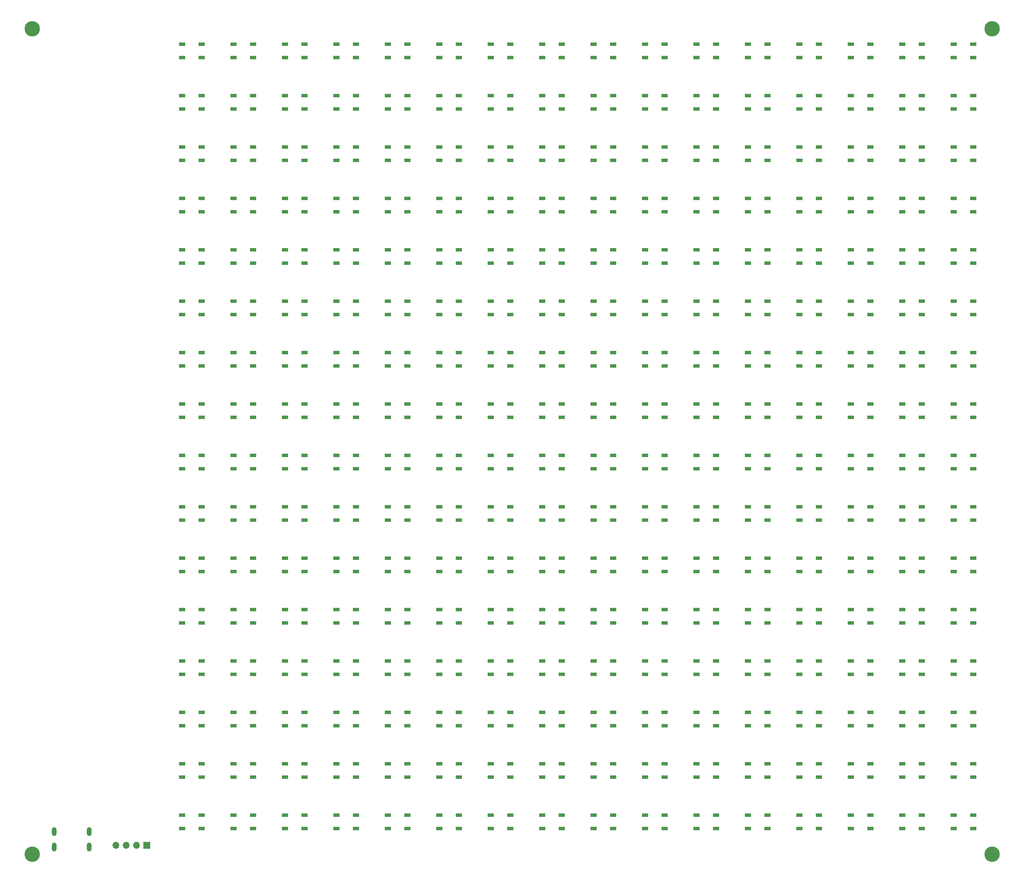
<source format=gbr>
%TF.GenerationSoftware,KiCad,Pcbnew,(7.0.0-0)*%
%TF.CreationDate,2023-09-26T09:25:19-06:00*%
%TF.ProjectId,led-matrix-v2-0,6c65642d-6d61-4747-9269-782d76322d30,4*%
%TF.SameCoordinates,Original*%
%TF.FileFunction,Soldermask,Top*%
%TF.FilePolarity,Negative*%
%FSLAX46Y46*%
G04 Gerber Fmt 4.6, Leading zero omitted, Abs format (unit mm)*
G04 Created by KiCad (PCBNEW (7.0.0-0)) date 2023-09-26 09:25:19*
%MOMM*%
%LPD*%
G01*
G04 APERTURE LIST*
%ADD10R,1.500000X0.900000*%
%ADD11R,1.700000X1.700000*%
%ADD12O,1.700000X1.700000*%
%ADD13C,3.800000*%
%ADD14O,1.204000X2.204000*%
G04 APERTURE END LIST*
D10*
%TO.C,D196*%
X220699999Y-150449999D03*
X220699999Y-153749999D03*
X225599999Y-153749999D03*
X225599999Y-150449999D03*
%TD*%
%TO.C,D116*%
X119099999Y-226649999D03*
X119099999Y-229949999D03*
X123999999Y-229949999D03*
X123999999Y-226649999D03*
%TD*%
%TO.C,D94*%
X106399999Y-188549999D03*
X106399999Y-191849999D03*
X111299999Y-191849999D03*
X111299999Y-188549999D03*
%TD*%
%TO.C,D33*%
X80999999Y-99649999D03*
X80999999Y-102949999D03*
X85899999Y-102949999D03*
X85899999Y-99649999D03*
%TD*%
%TO.C,D98*%
X93699999Y-201249999D03*
X93699999Y-204549999D03*
X98599999Y-204549999D03*
X98599999Y-201249999D03*
%TD*%
%TO.C,D135*%
X258799999Y-48849999D03*
X258799999Y-52149999D03*
X263699999Y-52149999D03*
X263699999Y-48849999D03*
%TD*%
%TO.C,D80*%
X80999999Y-163149999D03*
X80999999Y-166449999D03*
X85899999Y-166449999D03*
X85899999Y-163149999D03*
%TD*%
%TO.C,D18*%
X93699999Y-74249999D03*
X93699999Y-77549999D03*
X98599999Y-77549999D03*
X98599999Y-74249999D03*
%TD*%
%TO.C,D30*%
X106399999Y-86949999D03*
X106399999Y-90249999D03*
X111299999Y-90249999D03*
X111299999Y-86949999D03*
%TD*%
%TO.C,D35*%
X106399999Y-99649999D03*
X106399999Y-102949999D03*
X111299999Y-102949999D03*
X111299999Y-99649999D03*
%TD*%
%TO.C,D36*%
X119099999Y-99649999D03*
X119099999Y-102949999D03*
X123999999Y-102949999D03*
X123999999Y-99649999D03*
%TD*%
%TO.C,D146*%
X195299999Y-74249999D03*
X195299999Y-77549999D03*
X200199999Y-77549999D03*
X200199999Y-74249999D03*
%TD*%
%TO.C,D71*%
X157199999Y-150449999D03*
X157199999Y-153749999D03*
X162099999Y-153749999D03*
X162099999Y-150449999D03*
%TD*%
%TO.C,D101*%
X131799999Y-201249999D03*
X131799999Y-204549999D03*
X136699999Y-204549999D03*
X136699999Y-201249999D03*
%TD*%
%TO.C,D256*%
X182599999Y-239349999D03*
X182599999Y-242649999D03*
X187499999Y-242649999D03*
X187499999Y-239349999D03*
%TD*%
%TO.C,D244*%
X220699999Y-226649999D03*
X220699999Y-229949999D03*
X225599999Y-229949999D03*
X225599999Y-226649999D03*
%TD*%
%TO.C,D56*%
X169899999Y-125049999D03*
X169899999Y-128349999D03*
X174799999Y-128349999D03*
X174799999Y-125049999D03*
%TD*%
%TO.C,D208*%
X182599999Y-163149999D03*
X182599999Y-166449999D03*
X187499999Y-166449999D03*
X187499999Y-163149999D03*
%TD*%
%TO.C,D239*%
X195299999Y-213949999D03*
X195299999Y-217249999D03*
X200199999Y-217249999D03*
X200199999Y-213949999D03*
%TD*%
%TO.C,D227*%
X207999999Y-201249999D03*
X207999999Y-204549999D03*
X212899999Y-204549999D03*
X212899999Y-201249999D03*
%TD*%
%TO.C,D138*%
X258799999Y-61549999D03*
X258799999Y-64849999D03*
X263699999Y-64849999D03*
X263699999Y-61549999D03*
%TD*%
%TO.C,D82*%
X93699999Y-175849999D03*
X93699999Y-179149999D03*
X98599999Y-179149999D03*
X98599999Y-175849999D03*
%TD*%
%TO.C,D172*%
X233399999Y-112349999D03*
X233399999Y-115649999D03*
X238299999Y-115649999D03*
X238299999Y-112349999D03*
%TD*%
%TO.C,D207*%
X195299999Y-163149999D03*
X195299999Y-166449999D03*
X200199999Y-166449999D03*
X200199999Y-163149999D03*
%TD*%
%TO.C,D235*%
X246099999Y-213949999D03*
X246099999Y-217249999D03*
X250999999Y-217249999D03*
X250999999Y-213949999D03*
%TD*%
%TO.C,D174*%
X207999999Y-112349999D03*
X207999999Y-115649999D03*
X212899999Y-115649999D03*
X212899999Y-112349999D03*
%TD*%
%TO.C,D151*%
X258799999Y-74249999D03*
X258799999Y-77549999D03*
X263699999Y-77549999D03*
X263699999Y-74249999D03*
%TD*%
%TO.C,D199*%
X258799999Y-150449999D03*
X258799999Y-153749999D03*
X263699999Y-153749999D03*
X263699999Y-150449999D03*
%TD*%
%TO.C,D25*%
X169899999Y-86949999D03*
X169899999Y-90249999D03*
X174799999Y-90249999D03*
X174799999Y-86949999D03*
%TD*%
%TO.C,D216*%
X271499999Y-175849999D03*
X271499999Y-179149999D03*
X276399999Y-179149999D03*
X276399999Y-175849999D03*
%TD*%
%TO.C,D96*%
X80999999Y-188549999D03*
X80999999Y-191849999D03*
X85899999Y-191849999D03*
X85899999Y-188549999D03*
%TD*%
%TO.C,D220*%
X233399999Y-188549999D03*
X233399999Y-191849999D03*
X238299999Y-191849999D03*
X238299999Y-188549999D03*
%TD*%
%TO.C,D189*%
X220699999Y-137749999D03*
X220699999Y-141049999D03*
X225599999Y-141049999D03*
X225599999Y-137749999D03*
%TD*%
%TO.C,D45*%
X119099999Y-112349999D03*
X119099999Y-115649999D03*
X123999999Y-115649999D03*
X123999999Y-112349999D03*
%TD*%
%TO.C,D43*%
X144499999Y-112349999D03*
X144499999Y-115649999D03*
X149399999Y-115649999D03*
X149399999Y-112349999D03*
%TD*%
%TO.C,D140*%
X233399999Y-61549999D03*
X233399999Y-64849999D03*
X238299999Y-64849999D03*
X238299999Y-61549999D03*
%TD*%
%TO.C,D134*%
X246099999Y-48849999D03*
X246099999Y-52149999D03*
X250999999Y-52149999D03*
X250999999Y-48849999D03*
%TD*%
%TO.C,D249*%
X271499999Y-239349999D03*
X271499999Y-242649999D03*
X276399999Y-242649999D03*
X276399999Y-239349999D03*
%TD*%
%TO.C,D85*%
X131799999Y-175849999D03*
X131799999Y-179149999D03*
X136699999Y-179149999D03*
X136699999Y-175849999D03*
%TD*%
%TO.C,D240*%
X182599999Y-213949999D03*
X182599999Y-217249999D03*
X187499999Y-217249999D03*
X187499999Y-213949999D03*
%TD*%
%TO.C,D90*%
X157199999Y-188549999D03*
X157199999Y-191849999D03*
X162099999Y-191849999D03*
X162099999Y-188549999D03*
%TD*%
%TO.C,D2*%
X93699999Y-48849999D03*
X93699999Y-52149999D03*
X98599999Y-52149999D03*
X98599999Y-48849999D03*
%TD*%
D11*
%TO.C,J1*%
X72339999Y-246799999D03*
D12*
X69799999Y-246799999D03*
X67259999Y-246799999D03*
X64719999Y-246799999D03*
%TD*%
D10*
%TO.C,D111*%
X93699999Y-213949999D03*
X93699999Y-217249999D03*
X98599999Y-217249999D03*
X98599999Y-213949999D03*
%TD*%
%TO.C,D170*%
X258799999Y-112349999D03*
X258799999Y-115649999D03*
X263699999Y-115649999D03*
X263699999Y-112349999D03*
%TD*%
%TO.C,D39*%
X157199999Y-99649999D03*
X157199999Y-102949999D03*
X162099999Y-102949999D03*
X162099999Y-99649999D03*
%TD*%
%TO.C,D27*%
X144499999Y-86949999D03*
X144499999Y-90249999D03*
X149399999Y-90249999D03*
X149399999Y-86949999D03*
%TD*%
D13*
%TO.C,REF\u002A\u002A*%
X44000000Y-45000000D03*
%TD*%
D10*
%TO.C,D42*%
X157199999Y-112349999D03*
X157199999Y-115649999D03*
X162099999Y-115649999D03*
X162099999Y-112349999D03*
%TD*%
%TO.C,D75*%
X144499999Y-163149999D03*
X144499999Y-166449999D03*
X149399999Y-166449999D03*
X149399999Y-163149999D03*
%TD*%
%TO.C,D28*%
X131799999Y-86949999D03*
X131799999Y-90249999D03*
X136699999Y-90249999D03*
X136699999Y-86949999D03*
%TD*%
%TO.C,D76*%
X131799999Y-163149999D03*
X131799999Y-166449999D03*
X136699999Y-166449999D03*
X136699999Y-163149999D03*
%TD*%
%TO.C,D123*%
X144499999Y-239349999D03*
X144499999Y-242649999D03*
X149399999Y-242649999D03*
X149399999Y-239349999D03*
%TD*%
D13*
%TO.C,REF\u002A\u002A*%
X44000000Y-249000000D03*
%TD*%
D10*
%TO.C,D37*%
X131799999Y-99649999D03*
X131799999Y-102949999D03*
X136699999Y-102949999D03*
X136699999Y-99649999D03*
%TD*%
%TO.C,D54*%
X144499999Y-125049999D03*
X144499999Y-128349999D03*
X149399999Y-128349999D03*
X149399999Y-125049999D03*
%TD*%
%TO.C,D78*%
X106399999Y-163149999D03*
X106399999Y-166449999D03*
X111299999Y-166449999D03*
X111299999Y-163149999D03*
%TD*%
%TO.C,D3*%
X106399999Y-48849999D03*
X106399999Y-52149999D03*
X111299999Y-52149999D03*
X111299999Y-48849999D03*
%TD*%
%TO.C,D9*%
X169899999Y-61549999D03*
X169899999Y-64849999D03*
X174799999Y-64849999D03*
X174799999Y-61549999D03*
%TD*%
%TO.C,D163*%
X207999999Y-99649999D03*
X207999999Y-102949999D03*
X212899999Y-102949999D03*
X212899999Y-99649999D03*
%TD*%
%TO.C,D183*%
X258799999Y-125049999D03*
X258799999Y-128349999D03*
X263699999Y-128349999D03*
X263699999Y-125049999D03*
%TD*%
%TO.C,D126*%
X106399999Y-239349999D03*
X106399999Y-242649999D03*
X111299999Y-242649999D03*
X111299999Y-239349999D03*
%TD*%
%TO.C,D93*%
X119099999Y-188549999D03*
X119099999Y-191849999D03*
X123999999Y-191849999D03*
X123999999Y-188549999D03*
%TD*%
%TO.C,D198*%
X246099999Y-150449999D03*
X246099999Y-153749999D03*
X250999999Y-153749999D03*
X250999999Y-150449999D03*
%TD*%
%TO.C,D219*%
X246099999Y-188549999D03*
X246099999Y-191849999D03*
X250999999Y-191849999D03*
X250999999Y-188549999D03*
%TD*%
%TO.C,D171*%
X246099999Y-112349999D03*
X246099999Y-115649999D03*
X250999999Y-115649999D03*
X250999999Y-112349999D03*
%TD*%
%TO.C,D103*%
X157199999Y-201249999D03*
X157199999Y-204549999D03*
X162099999Y-204549999D03*
X162099999Y-201249999D03*
%TD*%
%TO.C,D180*%
X220699999Y-125049999D03*
X220699999Y-128349999D03*
X225599999Y-128349999D03*
X225599999Y-125049999D03*
%TD*%
%TO.C,D229*%
X233399999Y-201249999D03*
X233399999Y-204549999D03*
X238299999Y-204549999D03*
X238299999Y-201249999D03*
%TD*%
%TO.C,D79*%
X93699999Y-163149999D03*
X93699999Y-166449999D03*
X98599999Y-166449999D03*
X98599999Y-163149999D03*
%TD*%
%TO.C,D20*%
X119099999Y-74249999D03*
X119099999Y-77549999D03*
X123999999Y-77549999D03*
X123999999Y-74249999D03*
%TD*%
%TO.C,D141*%
X220699999Y-61549999D03*
X220699999Y-64849999D03*
X225599999Y-64849999D03*
X225599999Y-61549999D03*
%TD*%
%TO.C,D186*%
X258799999Y-137749999D03*
X258799999Y-141049999D03*
X263699999Y-141049999D03*
X263699999Y-137749999D03*
%TD*%
%TO.C,D12*%
X131799999Y-61549999D03*
X131799999Y-64849999D03*
X136699999Y-64849999D03*
X136699999Y-61549999D03*
%TD*%
%TO.C,D124*%
X131799999Y-239349999D03*
X131799999Y-242649999D03*
X136699999Y-242649999D03*
X136699999Y-239349999D03*
%TD*%
%TO.C,D218*%
X258799999Y-188549999D03*
X258799999Y-191849999D03*
X263699999Y-191849999D03*
X263699999Y-188549999D03*
%TD*%
%TO.C,D4*%
X119099999Y-48849999D03*
X119099999Y-52149999D03*
X123999999Y-52149999D03*
X123999999Y-48849999D03*
%TD*%
%TO.C,D122*%
X157199999Y-239349999D03*
X157199999Y-242649999D03*
X162099999Y-242649999D03*
X162099999Y-239349999D03*
%TD*%
%TO.C,D222*%
X207999999Y-188549999D03*
X207999999Y-191849999D03*
X212899999Y-191849999D03*
X212899999Y-188549999D03*
%TD*%
%TO.C,D137*%
X271499999Y-61549999D03*
X271499999Y-64849999D03*
X276399999Y-64849999D03*
X276399999Y-61549999D03*
%TD*%
%TO.C,D190*%
X207999999Y-137749999D03*
X207999999Y-141049999D03*
X212899999Y-141049999D03*
X212899999Y-137749999D03*
%TD*%
%TO.C,D234*%
X258799999Y-213949999D03*
X258799999Y-217249999D03*
X263699999Y-217249999D03*
X263699999Y-213949999D03*
%TD*%
%TO.C,D165*%
X233399999Y-99649999D03*
X233399999Y-102949999D03*
X238299999Y-102949999D03*
X238299999Y-99649999D03*
%TD*%
%TO.C,D13*%
X119099999Y-61549999D03*
X119099999Y-64849999D03*
X123999999Y-64849999D03*
X123999999Y-61549999D03*
%TD*%
%TO.C,D117*%
X131799999Y-226649999D03*
X131799999Y-229949999D03*
X136699999Y-229949999D03*
X136699999Y-226649999D03*
%TD*%
%TO.C,D133*%
X233399999Y-48849999D03*
X233399999Y-52149999D03*
X238299999Y-52149999D03*
X238299999Y-48849999D03*
%TD*%
%TO.C,D252*%
X233399999Y-239349999D03*
X233399999Y-242649999D03*
X238299999Y-242649999D03*
X238299999Y-239349999D03*
%TD*%
%TO.C,D144*%
X182599999Y-61549999D03*
X182599999Y-64849999D03*
X187499999Y-64849999D03*
X187499999Y-61549999D03*
%TD*%
%TO.C,D74*%
X157199999Y-163149999D03*
X157199999Y-166449999D03*
X162099999Y-166449999D03*
X162099999Y-163149999D03*
%TD*%
%TO.C,D250*%
X258799999Y-239349999D03*
X258799999Y-242649999D03*
X263699999Y-242649999D03*
X263699999Y-239349999D03*
%TD*%
%TO.C,D67*%
X106399999Y-150449999D03*
X106399999Y-153749999D03*
X111299999Y-153749999D03*
X111299999Y-150449999D03*
%TD*%
%TO.C,D132*%
X220699999Y-48849999D03*
X220699999Y-52149999D03*
X225599999Y-52149999D03*
X225599999Y-48849999D03*
%TD*%
%TO.C,D241*%
X182599999Y-226649999D03*
X182599999Y-229949999D03*
X187499999Y-229949999D03*
X187499999Y-226649999D03*
%TD*%
%TO.C,D210*%
X195299999Y-175849999D03*
X195299999Y-179149999D03*
X200199999Y-179149999D03*
X200199999Y-175849999D03*
%TD*%
%TO.C,D72*%
X169899999Y-150449999D03*
X169899999Y-153749999D03*
X174799999Y-153749999D03*
X174799999Y-150449999D03*
%TD*%
%TO.C,D87*%
X157199999Y-175849999D03*
X157199999Y-179149999D03*
X162099999Y-179149999D03*
X162099999Y-175849999D03*
%TD*%
%TO.C,D41*%
X169899999Y-112349999D03*
X169899999Y-115649999D03*
X174799999Y-115649999D03*
X174799999Y-112349999D03*
%TD*%
%TO.C,D215*%
X258799999Y-175849999D03*
X258799999Y-179149999D03*
X263699999Y-179149999D03*
X263699999Y-175849999D03*
%TD*%
%TO.C,D206*%
X207999999Y-163149999D03*
X207999999Y-166449999D03*
X212899999Y-166449999D03*
X212899999Y-163149999D03*
%TD*%
%TO.C,D83*%
X106399999Y-175849999D03*
X106399999Y-179149999D03*
X111299999Y-179149999D03*
X111299999Y-175849999D03*
%TD*%
%TO.C,D95*%
X93699999Y-188549999D03*
X93699999Y-191849999D03*
X98599999Y-191849999D03*
X98599999Y-188549999D03*
%TD*%
%TO.C,D110*%
X106399999Y-213949999D03*
X106399999Y-217249999D03*
X111299999Y-217249999D03*
X111299999Y-213949999D03*
%TD*%
%TO.C,D157*%
X220699999Y-86949999D03*
X220699999Y-90249999D03*
X225599999Y-90249999D03*
X225599999Y-86949999D03*
%TD*%
%TO.C,D31*%
X93699999Y-86949999D03*
X93699999Y-90249999D03*
X98599999Y-90249999D03*
X98599999Y-86949999D03*
%TD*%
%TO.C,D40*%
X169899999Y-99649999D03*
X169899999Y-102949999D03*
X174799999Y-102949999D03*
X174799999Y-99649999D03*
%TD*%
%TO.C,D194*%
X195299999Y-150449999D03*
X195299999Y-153749999D03*
X200199999Y-153749999D03*
X200199999Y-150449999D03*
%TD*%
%TO.C,D108*%
X131799999Y-213949999D03*
X131799999Y-217249999D03*
X136699999Y-217249999D03*
X136699999Y-213949999D03*
%TD*%
%TO.C,D17*%
X80999999Y-74249999D03*
X80999999Y-77549999D03*
X85899999Y-77549999D03*
X85899999Y-74249999D03*
%TD*%
%TO.C,D175*%
X195299999Y-112349999D03*
X195299999Y-115649999D03*
X200199999Y-115649999D03*
X200199999Y-112349999D03*
%TD*%
%TO.C,D97*%
X80999999Y-201249999D03*
X80999999Y-204549999D03*
X85899999Y-204549999D03*
X85899999Y-201249999D03*
%TD*%
%TO.C,D204*%
X233399999Y-163149999D03*
X233399999Y-166449999D03*
X238299999Y-166449999D03*
X238299999Y-163149999D03*
%TD*%
%TO.C,D99*%
X106399999Y-201249999D03*
X106399999Y-204549999D03*
X111299999Y-204549999D03*
X111299999Y-201249999D03*
%TD*%
%TO.C,D92*%
X131799999Y-188549999D03*
X131799999Y-191849999D03*
X136699999Y-191849999D03*
X136699999Y-188549999D03*
%TD*%
%TO.C,D195*%
X207999999Y-150449999D03*
X207999999Y-153749999D03*
X212899999Y-153749999D03*
X212899999Y-150449999D03*
%TD*%
%TO.C,D125*%
X119099999Y-239349999D03*
X119099999Y-242649999D03*
X123999999Y-242649999D03*
X123999999Y-239349999D03*
%TD*%
%TO.C,D7*%
X157199999Y-48849999D03*
X157199999Y-52149999D03*
X162099999Y-52149999D03*
X162099999Y-48849999D03*
%TD*%
%TO.C,D173*%
X220699999Y-112349999D03*
X220699999Y-115649999D03*
X225599999Y-115649999D03*
X225599999Y-112349999D03*
%TD*%
%TO.C,D167*%
X258799999Y-99649999D03*
X258799999Y-102949999D03*
X263699999Y-102949999D03*
X263699999Y-99649999D03*
%TD*%
%TO.C,D48*%
X80999999Y-112349999D03*
X80999999Y-115649999D03*
X85899999Y-115649999D03*
X85899999Y-112349999D03*
%TD*%
%TO.C,D128*%
X80999999Y-239349999D03*
X80999999Y-242649999D03*
X85899999Y-242649999D03*
X85899999Y-239349999D03*
%TD*%
%TO.C,D214*%
X246099999Y-175849999D03*
X246099999Y-179149999D03*
X250999999Y-179149999D03*
X250999999Y-175849999D03*
%TD*%
%TO.C,D147*%
X207999999Y-74249999D03*
X207999999Y-77549999D03*
X212899999Y-77549999D03*
X212899999Y-74249999D03*
%TD*%
%TO.C,D63*%
X93699999Y-137749999D03*
X93699999Y-141049999D03*
X98599999Y-141049999D03*
X98599999Y-137749999D03*
%TD*%
%TO.C,D166*%
X246099999Y-99649999D03*
X246099999Y-102949999D03*
X250999999Y-102949999D03*
X250999999Y-99649999D03*
%TD*%
%TO.C,D22*%
X144499999Y-74249999D03*
X144499999Y-77549999D03*
X149399999Y-77549999D03*
X149399999Y-74249999D03*
%TD*%
%TO.C,D21*%
X131799999Y-74249999D03*
X131799999Y-77549999D03*
X136699999Y-77549999D03*
X136699999Y-74249999D03*
%TD*%
%TO.C,D131*%
X207999999Y-48849999D03*
X207999999Y-52149999D03*
X212899999Y-52149999D03*
X212899999Y-48849999D03*
%TD*%
%TO.C,D130*%
X195299999Y-48849999D03*
X195299999Y-52149999D03*
X200199999Y-52149999D03*
X200199999Y-48849999D03*
%TD*%
%TO.C,D26*%
X157199999Y-86949999D03*
X157199999Y-90249999D03*
X162099999Y-90249999D03*
X162099999Y-86949999D03*
%TD*%
%TO.C,D164*%
X220699999Y-99649999D03*
X220699999Y-102949999D03*
X225599999Y-102949999D03*
X225599999Y-99649999D03*
%TD*%
%TO.C,D181*%
X233399999Y-125049999D03*
X233399999Y-128349999D03*
X238299999Y-128349999D03*
X238299999Y-125049999D03*
%TD*%
%TO.C,D24*%
X169899999Y-74249999D03*
X169899999Y-77549999D03*
X174799999Y-77549999D03*
X174799999Y-74249999D03*
%TD*%
%TO.C,D70*%
X144499999Y-150449999D03*
X144499999Y-153749999D03*
X149399999Y-153749999D03*
X149399999Y-150449999D03*
%TD*%
%TO.C,D148*%
X220699999Y-74249999D03*
X220699999Y-77549999D03*
X225599999Y-77549999D03*
X225599999Y-74249999D03*
%TD*%
%TO.C,D221*%
X220699999Y-188549999D03*
X220699999Y-191849999D03*
X225599999Y-191849999D03*
X225599999Y-188549999D03*
%TD*%
%TO.C,D52*%
X119099999Y-125049999D03*
X119099999Y-128349999D03*
X123999999Y-128349999D03*
X123999999Y-125049999D03*
%TD*%
%TO.C,D191*%
X195299999Y-137749999D03*
X195299999Y-141049999D03*
X200199999Y-141049999D03*
X200199999Y-137749999D03*
%TD*%
%TO.C,D106*%
X157199999Y-213949999D03*
X157199999Y-217249999D03*
X162099999Y-217249999D03*
X162099999Y-213949999D03*
%TD*%
%TO.C,D89*%
X169899999Y-188549999D03*
X169899999Y-191849999D03*
X174799999Y-191849999D03*
X174799999Y-188549999D03*
%TD*%
%TO.C,D129*%
X182599999Y-48849999D03*
X182599999Y-52149999D03*
X187499999Y-52149999D03*
X187499999Y-48849999D03*
%TD*%
%TO.C,D182*%
X246099999Y-125049999D03*
X246099999Y-128349999D03*
X250999999Y-128349999D03*
X250999999Y-125049999D03*
%TD*%
%TO.C,D58*%
X157199999Y-137749999D03*
X157199999Y-141049999D03*
X162099999Y-141049999D03*
X162099999Y-137749999D03*
%TD*%
%TO.C,D109*%
X119099999Y-213949999D03*
X119099999Y-217249999D03*
X123999999Y-217249999D03*
X123999999Y-213949999D03*
%TD*%
%TO.C,D193*%
X182599999Y-150449999D03*
X182599999Y-153749999D03*
X187499999Y-153749999D03*
X187499999Y-150449999D03*
%TD*%
%TO.C,D169*%
X271499999Y-112349999D03*
X271499999Y-115649999D03*
X276399999Y-115649999D03*
X276399999Y-112349999D03*
%TD*%
%TO.C,D19*%
X106399999Y-74249999D03*
X106399999Y-77549999D03*
X111299999Y-77549999D03*
X111299999Y-74249999D03*
%TD*%
%TO.C,D47*%
X93699999Y-112349999D03*
X93699999Y-115649999D03*
X98599999Y-115649999D03*
X98599999Y-112349999D03*
%TD*%
%TO.C,D61*%
X119099999Y-137749999D03*
X119099999Y-141049999D03*
X123999999Y-141049999D03*
X123999999Y-137749999D03*
%TD*%
%TO.C,D127*%
X93699999Y-239349999D03*
X93699999Y-242649999D03*
X98599999Y-242649999D03*
X98599999Y-239349999D03*
%TD*%
%TO.C,D102*%
X144499999Y-201249999D03*
X144499999Y-204549999D03*
X149399999Y-204549999D03*
X149399999Y-201249999D03*
%TD*%
%TO.C,D155*%
X246099999Y-86949999D03*
X246099999Y-90249999D03*
X250999999Y-90249999D03*
X250999999Y-86949999D03*
%TD*%
%TO.C,D255*%
X195299999Y-239349999D03*
X195299999Y-242649999D03*
X200199999Y-242649999D03*
X200199999Y-239349999D03*
%TD*%
%TO.C,D119*%
X157199999Y-226649999D03*
X157199999Y-229949999D03*
X162099999Y-229949999D03*
X162099999Y-226649999D03*
%TD*%
%TO.C,D158*%
X207999999Y-86949999D03*
X207999999Y-90249999D03*
X212899999Y-90249999D03*
X212899999Y-86949999D03*
%TD*%
%TO.C,D185*%
X271499999Y-137749999D03*
X271499999Y-141049999D03*
X276399999Y-141049999D03*
X276399999Y-137749999D03*
%TD*%
%TO.C,D46*%
X106399999Y-112349999D03*
X106399999Y-115649999D03*
X111299999Y-115649999D03*
X111299999Y-112349999D03*
%TD*%
%TO.C,D187*%
X246099999Y-137749999D03*
X246099999Y-141049999D03*
X250999999Y-141049999D03*
X250999999Y-137749999D03*
%TD*%
%TO.C,D188*%
X233399999Y-137749999D03*
X233399999Y-141049999D03*
X238299999Y-141049999D03*
X238299999Y-137749999D03*
%TD*%
%TO.C,D44*%
X131799999Y-112349999D03*
X131799999Y-115649999D03*
X136699999Y-115649999D03*
X136699999Y-112349999D03*
%TD*%
%TO.C,D161*%
X182599999Y-99649999D03*
X182599999Y-102949999D03*
X187499999Y-102949999D03*
X187499999Y-99649999D03*
%TD*%
%TO.C,D69*%
X131799999Y-150449999D03*
X131799999Y-153749999D03*
X136699999Y-153749999D03*
X136699999Y-150449999D03*
%TD*%
%TO.C,D202*%
X258799999Y-163149999D03*
X258799999Y-166449999D03*
X263699999Y-166449999D03*
X263699999Y-163149999D03*
%TD*%
%TO.C,D209*%
X182599999Y-175849999D03*
X182599999Y-179149999D03*
X187499999Y-179149999D03*
X187499999Y-175849999D03*
%TD*%
%TO.C,D62*%
X106399999Y-137749999D03*
X106399999Y-141049999D03*
X111299999Y-141049999D03*
X111299999Y-137749999D03*
%TD*%
%TO.C,D11*%
X144499999Y-61549999D03*
X144499999Y-64849999D03*
X149399999Y-64849999D03*
X149399999Y-61549999D03*
%TD*%
%TO.C,D88*%
X169899999Y-175849999D03*
X169899999Y-179149999D03*
X174799999Y-179149999D03*
X174799999Y-175849999D03*
%TD*%
%TO.C,D177*%
X182599999Y-125049999D03*
X182599999Y-128349999D03*
X187499999Y-128349999D03*
X187499999Y-125049999D03*
%TD*%
%TO.C,D107*%
X144499999Y-213949999D03*
X144499999Y-217249999D03*
X149399999Y-217249999D03*
X149399999Y-213949999D03*
%TD*%
%TO.C,D168*%
X271499999Y-99649999D03*
X271499999Y-102949999D03*
X276399999Y-102949999D03*
X276399999Y-99649999D03*
%TD*%
%TO.C,D149*%
X233399999Y-74249999D03*
X233399999Y-77549999D03*
X238299999Y-77549999D03*
X238299999Y-74249999D03*
%TD*%
%TO.C,D153*%
X271499999Y-86949999D03*
X271499999Y-90249999D03*
X276399999Y-90249999D03*
X276399999Y-86949999D03*
%TD*%
%TO.C,D203*%
X246099999Y-163149999D03*
X246099999Y-166449999D03*
X250999999Y-166449999D03*
X250999999Y-163149999D03*
%TD*%
%TO.C,D16*%
X80999999Y-61549999D03*
X80999999Y-64849999D03*
X85899999Y-64849999D03*
X85899999Y-61549999D03*
%TD*%
%TO.C,D1*%
X80999999Y-48849999D03*
X80999999Y-52149999D03*
X85899999Y-52149999D03*
X85899999Y-48849999D03*
%TD*%
%TO.C,D118*%
X144499999Y-226649999D03*
X144499999Y-229949999D03*
X149399999Y-229949999D03*
X149399999Y-226649999D03*
%TD*%
%TO.C,D162*%
X195299999Y-99649999D03*
X195299999Y-102949999D03*
X200199999Y-102949999D03*
X200199999Y-99649999D03*
%TD*%
%TO.C,D142*%
X207999999Y-61549999D03*
X207999999Y-64849999D03*
X212899999Y-64849999D03*
X212899999Y-61549999D03*
%TD*%
%TO.C,D68*%
X119099999Y-150449999D03*
X119099999Y-153749999D03*
X123999999Y-153749999D03*
X123999999Y-150449999D03*
%TD*%
%TO.C,D213*%
X233399999Y-175849999D03*
X233399999Y-179149999D03*
X238299999Y-179149999D03*
X238299999Y-175849999D03*
%TD*%
%TO.C,D53*%
X131799999Y-125049999D03*
X131799999Y-128349999D03*
X136699999Y-128349999D03*
X136699999Y-125049999D03*
%TD*%
%TO.C,D5*%
X131799999Y-48849999D03*
X131799999Y-52149999D03*
X136699999Y-52149999D03*
X136699999Y-48849999D03*
%TD*%
%TO.C,D231*%
X258799999Y-201249999D03*
X258799999Y-204549999D03*
X263699999Y-204549999D03*
X263699999Y-201249999D03*
%TD*%
%TO.C,D217*%
X271499999Y-188549999D03*
X271499999Y-191849999D03*
X276399999Y-191849999D03*
X276399999Y-188549999D03*
%TD*%
%TO.C,D232*%
X271499999Y-201249999D03*
X271499999Y-204549999D03*
X276399999Y-204549999D03*
X276399999Y-201249999D03*
%TD*%
%TO.C,D212*%
X220699999Y-175849999D03*
X220699999Y-179149999D03*
X225599999Y-179149999D03*
X225599999Y-175849999D03*
%TD*%
%TO.C,D59*%
X144499999Y-137749999D03*
X144499999Y-141049999D03*
X149399999Y-141049999D03*
X149399999Y-137749999D03*
%TD*%
%TO.C,D251*%
X246099999Y-239349999D03*
X246099999Y-242649999D03*
X250999999Y-242649999D03*
X250999999Y-239349999D03*
%TD*%
%TO.C,D159*%
X195299999Y-86949999D03*
X195299999Y-90249999D03*
X200199999Y-90249999D03*
X200199999Y-86949999D03*
%TD*%
%TO.C,D223*%
X195299999Y-188549999D03*
X195299999Y-191849999D03*
X200199999Y-191849999D03*
X200199999Y-188549999D03*
%TD*%
%TO.C,D211*%
X207999999Y-175849999D03*
X207999999Y-179149999D03*
X212899999Y-179149999D03*
X212899999Y-175849999D03*
%TD*%
%TO.C,D104*%
X169899999Y-201249999D03*
X169899999Y-204549999D03*
X174799999Y-204549999D03*
X174799999Y-201249999D03*
%TD*%
%TO.C,D197*%
X233399999Y-150449999D03*
X233399999Y-153749999D03*
X238299999Y-153749999D03*
X238299999Y-150449999D03*
%TD*%
%TO.C,D10*%
X157199999Y-61549999D03*
X157199999Y-64849999D03*
X162099999Y-64849999D03*
X162099999Y-61549999D03*
%TD*%
%TO.C,D152*%
X271499999Y-74249999D03*
X271499999Y-77549999D03*
X276399999Y-77549999D03*
X276399999Y-74249999D03*
%TD*%
%TO.C,D242*%
X195299999Y-226649999D03*
X195299999Y-229949999D03*
X200199999Y-229949999D03*
X200199999Y-226649999D03*
%TD*%
%TO.C,D243*%
X207999999Y-226649999D03*
X207999999Y-229949999D03*
X212899999Y-229949999D03*
X212899999Y-226649999D03*
%TD*%
%TO.C,D253*%
X220699999Y-239349999D03*
X220699999Y-242649999D03*
X225599999Y-242649999D03*
X225599999Y-239349999D03*
%TD*%
%TO.C,D60*%
X131799999Y-137749999D03*
X131799999Y-141049999D03*
X136699999Y-141049999D03*
X136699999Y-137749999D03*
%TD*%
%TO.C,D65*%
X80999999Y-150449999D03*
X80999999Y-153749999D03*
X85899999Y-153749999D03*
X85899999Y-150449999D03*
%TD*%
%TO.C,D238*%
X207999999Y-213949999D03*
X207999999Y-217249999D03*
X212899999Y-217249999D03*
X212899999Y-213949999D03*
%TD*%
%TO.C,D91*%
X144499999Y-188549999D03*
X144499999Y-191849999D03*
X149399999Y-191849999D03*
X149399999Y-188549999D03*
%TD*%
%TO.C,D228*%
X220699999Y-201249999D03*
X220699999Y-204549999D03*
X225599999Y-204549999D03*
X225599999Y-201249999D03*
%TD*%
%TO.C,D14*%
X106399999Y-61549999D03*
X106399999Y-64849999D03*
X111299999Y-64849999D03*
X111299999Y-61549999D03*
%TD*%
%TO.C,D200*%
X271499999Y-150449999D03*
X271499999Y-153749999D03*
X276399999Y-153749999D03*
X276399999Y-150449999D03*
%TD*%
%TO.C,D136*%
X271499999Y-48849999D03*
X271499999Y-52149999D03*
X276399999Y-52149999D03*
X276399999Y-48849999D03*
%TD*%
%TO.C,D254*%
X207999999Y-239349999D03*
X207999999Y-242649999D03*
X212899999Y-242649999D03*
X212899999Y-239349999D03*
%TD*%
%TO.C,D73*%
X169899999Y-163149999D03*
X169899999Y-166449999D03*
X174799999Y-166449999D03*
X174799999Y-163149999D03*
%TD*%
%TO.C,D112*%
X80999999Y-213949999D03*
X80999999Y-217249999D03*
X85899999Y-217249999D03*
X85899999Y-213949999D03*
%TD*%
%TO.C,D8*%
X169899999Y-48849999D03*
X169899999Y-52149999D03*
X174799999Y-52149999D03*
X174799999Y-48849999D03*
%TD*%
%TO.C,D34*%
X93699999Y-99649999D03*
X93699999Y-102949999D03*
X98599999Y-102949999D03*
X98599999Y-99649999D03*
%TD*%
%TO.C,D121*%
X169899999Y-239349999D03*
X169899999Y-242649999D03*
X174799999Y-242649999D03*
X174799999Y-239349999D03*
%TD*%
%TO.C,D226*%
X195299999Y-201249999D03*
X195299999Y-204549999D03*
X200199999Y-204549999D03*
X200199999Y-201249999D03*
%TD*%
%TO.C,D150*%
X246099999Y-74249999D03*
X246099999Y-77549999D03*
X250999999Y-77549999D03*
X250999999Y-74249999D03*
%TD*%
%TO.C,D224*%
X182599999Y-188549999D03*
X182599999Y-191849999D03*
X187499999Y-191849999D03*
X187499999Y-188549999D03*
%TD*%
%TO.C,D156*%
X233399999Y-86949999D03*
X233399999Y-90249999D03*
X238299999Y-90249999D03*
X238299999Y-86949999D03*
%TD*%
%TO.C,D154*%
X258799999Y-86949999D03*
X258799999Y-90249999D03*
X263699999Y-90249999D03*
X263699999Y-86949999D03*
%TD*%
%TO.C,D55*%
X157199999Y-125049999D03*
X157199999Y-128349999D03*
X162099999Y-128349999D03*
X162099999Y-125049999D03*
%TD*%
%TO.C,D64*%
X80999999Y-137749999D03*
X80999999Y-141049999D03*
X85899999Y-141049999D03*
X85899999Y-137749999D03*
%TD*%
D13*
%TO.C,REF\u002A\u002A*%
X281000000Y-45000000D03*
%TD*%
D10*
%TO.C,D120*%
X169899999Y-226649999D03*
X169899999Y-229949999D03*
X174799999Y-229949999D03*
X174799999Y-226649999D03*
%TD*%
%TO.C,D201*%
X271499999Y-163149999D03*
X271499999Y-166449999D03*
X276399999Y-166449999D03*
X276399999Y-163149999D03*
%TD*%
%TO.C,D51*%
X106399999Y-125049999D03*
X106399999Y-128349999D03*
X111299999Y-128349999D03*
X111299999Y-125049999D03*
%TD*%
%TO.C,D230*%
X246099999Y-201249999D03*
X246099999Y-204549999D03*
X250999999Y-204549999D03*
X250999999Y-201249999D03*
%TD*%
%TO.C,D139*%
X246099999Y-61549999D03*
X246099999Y-64849999D03*
X250999999Y-64849999D03*
X250999999Y-61549999D03*
%TD*%
%TO.C,D143*%
X195299999Y-61549999D03*
X195299999Y-64849999D03*
X200199999Y-64849999D03*
X200199999Y-61549999D03*
%TD*%
%TO.C,D113*%
X80999999Y-226649999D03*
X80999999Y-229949999D03*
X85899999Y-229949999D03*
X85899999Y-226649999D03*
%TD*%
%TO.C,D100*%
X119099999Y-201249999D03*
X119099999Y-204549999D03*
X123999999Y-204549999D03*
X123999999Y-201249999D03*
%TD*%
%TO.C,D192*%
X182599999Y-137749999D03*
X182599999Y-141049999D03*
X187499999Y-141049999D03*
X187499999Y-137749999D03*
%TD*%
D13*
%TO.C,REF\u002A\u002A*%
X281000000Y-249000000D03*
%TD*%
D10*
%TO.C,D15*%
X93699999Y-61549999D03*
X93699999Y-64849999D03*
X98599999Y-64849999D03*
X98599999Y-61549999D03*
%TD*%
%TO.C,D176*%
X182599999Y-112349999D03*
X182599999Y-115649999D03*
X187499999Y-115649999D03*
X187499999Y-112349999D03*
%TD*%
%TO.C,D57*%
X169899999Y-137749999D03*
X169899999Y-141049999D03*
X174799999Y-141049999D03*
X174799999Y-137749999D03*
%TD*%
%TO.C,D248*%
X271499999Y-226649999D03*
X271499999Y-229949999D03*
X276399999Y-229949999D03*
X276399999Y-226649999D03*
%TD*%
%TO.C,D236*%
X233399999Y-213949999D03*
X233399999Y-217249999D03*
X238299999Y-217249999D03*
X238299999Y-213949999D03*
%TD*%
%TO.C,D245*%
X233399999Y-226649999D03*
X233399999Y-229949999D03*
X238299999Y-229949999D03*
X238299999Y-226649999D03*
%TD*%
%TO.C,D233*%
X271499999Y-213949999D03*
X271499999Y-217249999D03*
X276399999Y-217249999D03*
X276399999Y-213949999D03*
%TD*%
%TO.C,D178*%
X195299999Y-125049999D03*
X195299999Y-128349999D03*
X200199999Y-128349999D03*
X200199999Y-125049999D03*
%TD*%
%TO.C,D145*%
X182599999Y-74249999D03*
X182599999Y-77549999D03*
X187499999Y-77549999D03*
X187499999Y-74249999D03*
%TD*%
%TO.C,D84*%
X119099999Y-175849999D03*
X119099999Y-179149999D03*
X123999999Y-179149999D03*
X123999999Y-175849999D03*
%TD*%
%TO.C,D32*%
X80999999Y-86949999D03*
X80999999Y-90249999D03*
X85899999Y-90249999D03*
X85899999Y-86949999D03*
%TD*%
%TO.C,D86*%
X144499999Y-175849999D03*
X144499999Y-179149999D03*
X149399999Y-179149999D03*
X149399999Y-175849999D03*
%TD*%
%TO.C,D49*%
X80999999Y-125049999D03*
X80999999Y-128349999D03*
X85899999Y-128349999D03*
X85899999Y-125049999D03*
%TD*%
%TO.C,D225*%
X182599999Y-201249999D03*
X182599999Y-204549999D03*
X187499999Y-204549999D03*
X187499999Y-201249999D03*
%TD*%
%TO.C,D179*%
X207999999Y-125049999D03*
X207999999Y-128349999D03*
X212899999Y-128349999D03*
X212899999Y-125049999D03*
%TD*%
%TO.C,D6*%
X144499999Y-48849999D03*
X144499999Y-52149999D03*
X149399999Y-52149999D03*
X149399999Y-48849999D03*
%TD*%
%TO.C,D77*%
X119099999Y-163149999D03*
X119099999Y-166449999D03*
X123999999Y-166449999D03*
X123999999Y-163149999D03*
%TD*%
%TO.C,D237*%
X220699999Y-213949999D03*
X220699999Y-217249999D03*
X225599999Y-217249999D03*
X225599999Y-213949999D03*
%TD*%
%TO.C,D81*%
X80999999Y-175849999D03*
X80999999Y-179149999D03*
X85899999Y-179149999D03*
X85899999Y-175849999D03*
%TD*%
%TO.C,D23*%
X157199999Y-74249999D03*
X157199999Y-77549999D03*
X162099999Y-77549999D03*
X162099999Y-74249999D03*
%TD*%
%TO.C,D50*%
X93699999Y-125049999D03*
X93699999Y-128349999D03*
X98599999Y-128349999D03*
X98599999Y-125049999D03*
%TD*%
%TO.C,D66*%
X93699999Y-150449999D03*
X93699999Y-153749999D03*
X98599999Y-153749999D03*
X98599999Y-150449999D03*
%TD*%
%TO.C,D247*%
X258799999Y-226649999D03*
X258799999Y-229949999D03*
X263699999Y-229949999D03*
X263699999Y-226649999D03*
%TD*%
%TO.C,D105*%
X169899999Y-213949999D03*
X169899999Y-217249999D03*
X174799999Y-217249999D03*
X174799999Y-213949999D03*
%TD*%
%TO.C,D115*%
X106399999Y-226649999D03*
X106399999Y-229949999D03*
X111299999Y-229949999D03*
X111299999Y-226649999D03*
%TD*%
%TO.C,D205*%
X220699999Y-163149999D03*
X220699999Y-166449999D03*
X225599999Y-166449999D03*
X225599999Y-163149999D03*
%TD*%
%TO.C,D114*%
X93699999Y-226649999D03*
X93699999Y-229949999D03*
X98599999Y-229949999D03*
X98599999Y-226649999D03*
%TD*%
%TO.C,D29*%
X119099999Y-86949999D03*
X119099999Y-90249999D03*
X123999999Y-90249999D03*
X123999999Y-86949999D03*
%TD*%
%TO.C,D160*%
X182599999Y-86949999D03*
X182599999Y-90249999D03*
X187499999Y-90249999D03*
X187499999Y-86949999D03*
%TD*%
%TO.C,D38*%
X144499999Y-99649999D03*
X144499999Y-102949999D03*
X149399999Y-102949999D03*
X149399999Y-99649999D03*
%TD*%
%TO.C,D246*%
X246099999Y-226649999D03*
X246099999Y-229949999D03*
X250999999Y-229949999D03*
X250999999Y-226649999D03*
%TD*%
%TO.C,D184*%
X271499999Y-125049999D03*
X271499999Y-128349999D03*
X276399999Y-128349999D03*
X276399999Y-125049999D03*
%TD*%
D14*
%TO.C,J2*%
X58119999Y-243399999D03*
X49479999Y-243399999D03*
X58119999Y-247199999D03*
X49479999Y-247199999D03*
%TD*%
M02*

</source>
